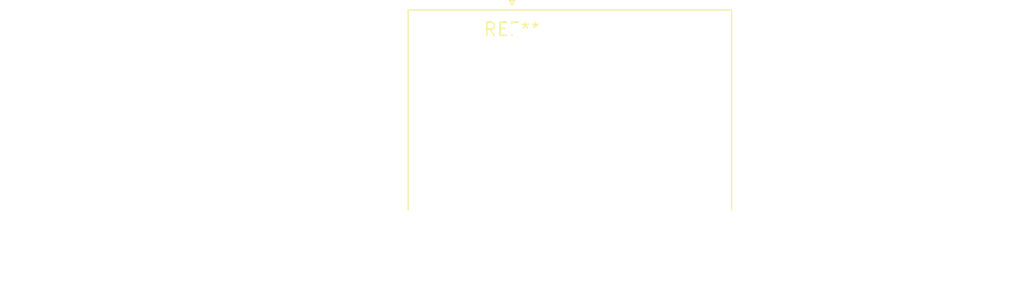
<source format=kicad_pcb>
(kicad_pcb (version 20240108) (generator pcbnew)
  (layers (0 "F.Cu" signal) (31 "B.Cu" signal) (34 "B.Paste" user) (35 "F.Paste" user) (36 "B.SilkS" user "B.Silkscreen") (37 "F.SilkS" user "F.Silkscreen") (38 "B.Mask" user) (39 "F.Mask" user) (44 "Edge.Cuts" user))
  (net 0 "")
  (footprint "DSUB-9_Male_Horizontal_P2.77x2.84mm_EdgePinOffset14.56mm_Housed_MountingHolesOffset8.20mm" (layer "F.Cu") (at 0 0)
    (property "Reference" "REF**")
    (property "Value" "DSUB-9_Male_Horizontal_P2.77x2.84mm_EdgePinOffset14.56mm_Housed_MountingHolesOffset8.20mm")
    (fp_line (start -9.945 -1.86) (end 21.025 -1.86) (layer "F.SilkS") (stroke (width 0.12)))
    (fp_line (start -9.945 17.34) (end -9.945 -1.86) (layer "F.SilkS") (stroke (width 0.12)))
    (fp_line (start -0.25 -2.754338) (end 0.25 -2.754338) (layer "F.SilkS") (stroke (width 0.12)))
    (fp_line (start 0 -2.321325) (end -0.25 -2.754338) (layer "F.SilkS") (stroke (width 0.12)))
    (fp_line (start 0.25 -2.754338) (end 0 -2.321325) (layer "F.SilkS") (stroke (width 0.12)))
    (fp_line (start 21.025 -1.86) (end 21.025 17.34) (layer "F.SilkS") (stroke (width 0.12)))
    (pad "0" thru_hole circle (at -6.96 9.2) (size 4 4) (drill 3.2) (layers *.Cu *.Mask) (remove_unused_layers))
    (pad "0" thru_hole circle (at 18.04 9.2) (size 4 4) (drill 3.2) (layers *.Cu *.Mask) (remove_unused_layers))
    (pad "1" thru_hole rect (at 0 0) (size 1.6 1.6) (drill 1) (layers *.Cu *.Mask) (remove_unused_layers))
    (pad "2" thru_hole circle (at 2.77 0) (size 1.6 1.6) (drill 1) (layers *.Cu *.Mask) (remove_unused_layers))
    (pad "3" thru_hole circle (at 5.54 0) (size 1.6 1.6) (drill 1) (layers *.Cu *.Mask) (remove_unused_layers))
    (pad "4" thru_hole circle (at 8.31 0) (size 1.6 1.6) (drill 1) (layers *.Cu *.Mask) (remove_unused_layers))
    (pad "5" thru_hole circle (at 11.08 0) (size 1.6 1.6) (drill 1) (layers *.Cu *.Mask) (remove_unused_layers))
    (pad "6" thru_hole circle (at 1.385 2.84) (size 1.6 1.6) (drill 1) (layers *.Cu *.Mask) (remove_unused_layers))
    (pad "7" thru_hole circle (at 4.155 2.84) (size 1.6 1.6) (drill 1) (layers *.Cu *.Mask) (remove_unused_layers))
    (pad "8" thru_hole circle (at 6.925 2.84) (size 1.6 1.6) (drill 1) (layers *.Cu *.Mask) (remove_unused_layers))
    (pad "9" thru_hole circle (at 9.695 2.84) (size 1.6 1.6) (drill 1) (layers *.Cu *.Mask) (remove_unused_layers))
  )
)
</source>
